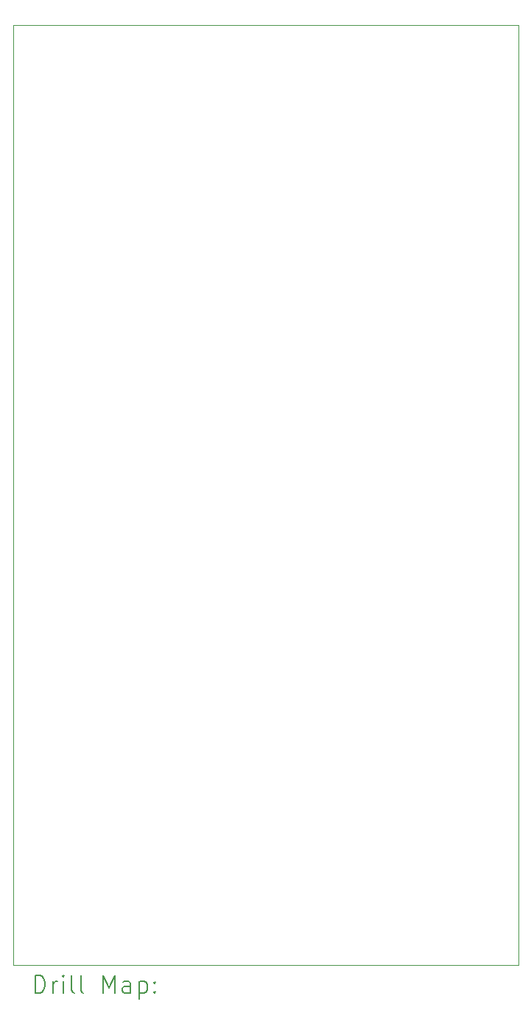
<source format=gbr>
%TF.GenerationSoftware,KiCad,Pcbnew,7.0.8*%
%TF.CreationDate,2024-09-22T18:55:57-04:00*%
%TF.ProjectId,lichen-four-board,6c696368-656e-42d6-966f-75722d626f61,rev?*%
%TF.SameCoordinates,Original*%
%TF.FileFunction,Drillmap*%
%TF.FilePolarity,Positive*%
%FSLAX45Y45*%
G04 Gerber Fmt 4.5, Leading zero omitted, Abs format (unit mm)*
G04 Created by KiCad (PCBNEW 7.0.8) date 2024-09-22 18:55:57*
%MOMM*%
%LPD*%
G01*
G04 APERTURE LIST*
%ADD10C,0.100000*%
%ADD11C,0.200000*%
G04 APERTURE END LIST*
D10*
X10127000Y-11025000D02*
X15933000Y-11025000D01*
X15933000Y-21825000D01*
X10127000Y-21825000D01*
X10127000Y-11025000D01*
D11*
X10382777Y-22141484D02*
X10382777Y-21941484D01*
X10382777Y-21941484D02*
X10430396Y-21941484D01*
X10430396Y-21941484D02*
X10458967Y-21951008D01*
X10458967Y-21951008D02*
X10478015Y-21970055D01*
X10478015Y-21970055D02*
X10487539Y-21989103D01*
X10487539Y-21989103D02*
X10497063Y-22027198D01*
X10497063Y-22027198D02*
X10497063Y-22055770D01*
X10497063Y-22055770D02*
X10487539Y-22093865D01*
X10487539Y-22093865D02*
X10478015Y-22112912D01*
X10478015Y-22112912D02*
X10458967Y-22131960D01*
X10458967Y-22131960D02*
X10430396Y-22141484D01*
X10430396Y-22141484D02*
X10382777Y-22141484D01*
X10582777Y-22141484D02*
X10582777Y-22008150D01*
X10582777Y-22046246D02*
X10592301Y-22027198D01*
X10592301Y-22027198D02*
X10601824Y-22017674D01*
X10601824Y-22017674D02*
X10620872Y-22008150D01*
X10620872Y-22008150D02*
X10639920Y-22008150D01*
X10706586Y-22141484D02*
X10706586Y-22008150D01*
X10706586Y-21941484D02*
X10697063Y-21951008D01*
X10697063Y-21951008D02*
X10706586Y-21960531D01*
X10706586Y-21960531D02*
X10716110Y-21951008D01*
X10716110Y-21951008D02*
X10706586Y-21941484D01*
X10706586Y-21941484D02*
X10706586Y-21960531D01*
X10830396Y-22141484D02*
X10811348Y-22131960D01*
X10811348Y-22131960D02*
X10801824Y-22112912D01*
X10801824Y-22112912D02*
X10801824Y-21941484D01*
X10935158Y-22141484D02*
X10916110Y-22131960D01*
X10916110Y-22131960D02*
X10906586Y-22112912D01*
X10906586Y-22112912D02*
X10906586Y-21941484D01*
X11163729Y-22141484D02*
X11163729Y-21941484D01*
X11163729Y-21941484D02*
X11230396Y-22084341D01*
X11230396Y-22084341D02*
X11297062Y-21941484D01*
X11297062Y-21941484D02*
X11297062Y-22141484D01*
X11478015Y-22141484D02*
X11478015Y-22036722D01*
X11478015Y-22036722D02*
X11468491Y-22017674D01*
X11468491Y-22017674D02*
X11449443Y-22008150D01*
X11449443Y-22008150D02*
X11411348Y-22008150D01*
X11411348Y-22008150D02*
X11392301Y-22017674D01*
X11478015Y-22131960D02*
X11458967Y-22141484D01*
X11458967Y-22141484D02*
X11411348Y-22141484D01*
X11411348Y-22141484D02*
X11392301Y-22131960D01*
X11392301Y-22131960D02*
X11382777Y-22112912D01*
X11382777Y-22112912D02*
X11382777Y-22093865D01*
X11382777Y-22093865D02*
X11392301Y-22074817D01*
X11392301Y-22074817D02*
X11411348Y-22065293D01*
X11411348Y-22065293D02*
X11458967Y-22065293D01*
X11458967Y-22065293D02*
X11478015Y-22055770D01*
X11573253Y-22008150D02*
X11573253Y-22208150D01*
X11573253Y-22017674D02*
X11592301Y-22008150D01*
X11592301Y-22008150D02*
X11630396Y-22008150D01*
X11630396Y-22008150D02*
X11649443Y-22017674D01*
X11649443Y-22017674D02*
X11658967Y-22027198D01*
X11658967Y-22027198D02*
X11668491Y-22046246D01*
X11668491Y-22046246D02*
X11668491Y-22103389D01*
X11668491Y-22103389D02*
X11658967Y-22122436D01*
X11658967Y-22122436D02*
X11649443Y-22131960D01*
X11649443Y-22131960D02*
X11630396Y-22141484D01*
X11630396Y-22141484D02*
X11592301Y-22141484D01*
X11592301Y-22141484D02*
X11573253Y-22131960D01*
X11754205Y-22122436D02*
X11763729Y-22131960D01*
X11763729Y-22131960D02*
X11754205Y-22141484D01*
X11754205Y-22141484D02*
X11744682Y-22131960D01*
X11744682Y-22131960D02*
X11754205Y-22122436D01*
X11754205Y-22122436D02*
X11754205Y-22141484D01*
X11754205Y-22017674D02*
X11763729Y-22027198D01*
X11763729Y-22027198D02*
X11754205Y-22036722D01*
X11754205Y-22036722D02*
X11744682Y-22027198D01*
X11744682Y-22027198D02*
X11754205Y-22017674D01*
X11754205Y-22017674D02*
X11754205Y-22036722D01*
M02*

</source>
